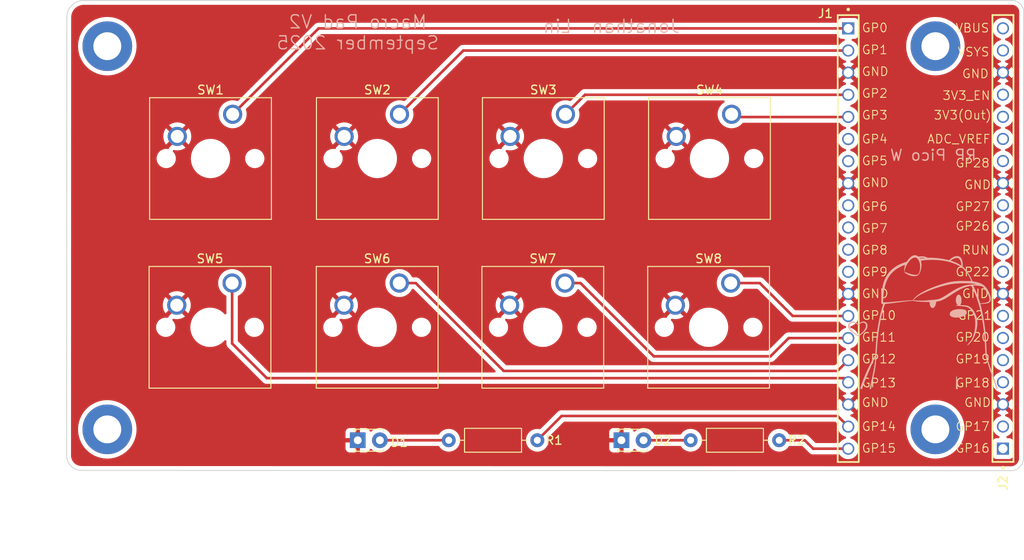
<source format=kicad_pcb>
(kicad_pcb (version 20241229) (generator "pcbnew") (generator_version "9.0")
  (layers (0 "F.Cu" signal) (2 "B.Cu" signal) (13 "F.Paste" user) (15 "B.Paste" user) (5 "F.SilkS" user "F.Silkscreen") (7 "B.SilkS" user "B.Silkscreen") (1 "F.Mask" user) (3 "B.Mask" user) (25 "Edge.Cuts" user))
  (net 0 "")
  (net 1 "GND")
  (net 2 "Net-(D1-A)")
  (net 3 "Net-(D2-A)")
  (net 4 "/ADC_VREF")
  (net 5 "/GP28")
  (net 6 "/3V3 (Out)")
  (net 7 "/3V3_EN")
  (net 8 "/GP20")
  (net 9 "/GP27")
  (net 10 "/GP21")
  (net 11 "/GP19")
  (net 12 "/RUN")
  (net 13 "/GP18")
  (net 14 "/VSYS")
  (net 15 "/VBUS")
  (net 16 "/GP17")
  (net 17 "/GP16")
  (net 18 "/GP26")
  (net 19 "/GP22")
  (net 20 "/GP3")
  (net 21 "/GP11")
  (net 22 "/GP4")
  (net 23 "/GP6")
  (net 24 "/GP1")
  (net 25 "/GP14")
  (net 26 "/GP5")
  (net 27 "/GP15")
  (net 28 "/GP0")
  (net 29 "/GP7")
  (net 30 "/GP12")
  (net 31 "/GP8")
  (net 32 "/GP13")
  (net 33 "/GP9")
  (net 34 "/GP10")
  (net 35 "/GP2")
  (footprint "20_pin_female:SAMTEC_SSW-120-01-G-S-LL" (layer "F.Cu") (at 185 89.96 -90)
    (property "Reference" "J1" (at -1.71 2.62 0) (layer "F.SilkS"))
    (property "Value" "SSW-120-01-G-S-LL" (hide yes))
    (pad "01" thru_hole rect (at 0 0 270) (size 1.39 1.39) (drill 1.04) (layers "*.Cu" "*.Mask") (net 28 "/GP0"))
    (pad "02" thru_hole circle (at 2.54 0 270) (size 1.39 1.39) (drill 1.04) (layers "*.Cu" "*.Mask") (net 24 "/GP1"))
    (pad "03" thru_hole circle (at 5.08 0 270) (size 1.39 1.39) (drill 1.04) (layers "*.Cu" "*.Mask") (net 1 "GND"))
    (pad "04" thru_hole circle (at 7.62 0 270) (size 1.39 1.39) (drill 1.04) (layers "*.Cu" "*.Mask") (net 35 "/GP2"))
    (pad "05" thru_hole circle (at 10.16 0 270) (size 1.39 1.39) (drill 1.04) (layers "*.Cu" "*.Mask") (net 20 "/GP3"))
    (pad "06" thru_hole circle (at 12.7 0 270) (size 1.39 1.39) (drill 1.04) (layers "*.Cu" "*.Mask") (net 22 "/GP4"))
    (pad "07" thru_hole circle (at 15.24 0 270) (size 1.39 1.39) (drill 1.04) (layers "*.Cu" "*.Mask") (net 26 "/GP5"))
    (pad "08" thru_hole circle (at 17.78 0 270) (size 1.39 1.39) (drill 1.04) (layers "*.Cu" "*.Mask") (net 1 "GND"))
    (pad "09" thru_hole circle (at 20.32 0 270) (size 1.39 1.39) (drill 1.04) (layers "*.Cu" "*.Mask") (net 23 "/GP6"))
    (pad "10" thru_hole circle (at 22.86 0 270) (size 1.39 1.39) (drill 1.04) (layers "*.Cu" "*.Mask") (net 29 "/GP7"))
    (pad "11" thru_hole circle (at 25.4 0 270) (size 1.39 1.39) (drill 1.04) (layers "*.Cu" "*.Mask") (net 31 "/GP8"))
    (pad "12" thru_hole circle (at 27.94 0 270) (size 1.39 1.39) (drill 1.04) (layers "*.Cu" "*.Mask") (net 33 "/GP9"))
    (pad "13" thru_hole circle (at 30.48 0 270) (size 1.39 1.39) (drill 1.04) (layers "*.Cu" "*.Mask") (net 1 "GND"))
    (pad "14" thru_hole circle (at 33.02 0 270) (size 1.39 1.39) (drill 1.04) (layers "*.Cu" "*.Mask") (net 34 "/GP10"))
    (pad "15" thru_hole circle (at 35.56 0 270) (size 1.39 1.39) (drill 1.04) (layers "*.Cu" "*.Mask") (net 21 "/GP11"))
    (pad "16" thru_hole circle (at 38.1 0 270) (size 1.39 1.39) (drill 1.04) (layers "*.Cu" "*.Mask") (net 30 "/GP12"))
    (pad "17" thru_hole circle (at 40.64 0 270) (size 1.39 1.39) (drill 1.04) (layers "*.Cu" "*.Mask") (net 32 "/GP13"))
    (pad "18" thru_hole circle (at 43.18 0 270) (size 1.39 1.39) (drill 1.04) (layers "*.Cu" "*.Mask") (net 1 "GND"))
    (pad "19" thru_hole circle (at 45.72 0 270) (size 1.39 1.39) (drill 1.04) (layers "*.Cu" "*.Mask") (net 25 "/GP14"))
    (pad "20" thru_hole circle (at 48.26 0 270) (size 1.39 1.39) (drill 1.04) (layers "*.Cu" "*.Mask") (net 27 "/GP15"))
  )
  (footprint "MountingHole:MountingHole_3.2mm_M3_ISO7380_Pad_TopBottom" (layer "F.Cu") (at 100 92)
    (property "Reference" "REF**" (hide yes))
    (property "Value" "MountingHole_3.2mm_M3_ISO7380_Pad_TopBottom" (hide yes))
    (pad "1" thru_hole circle (at 0 0) (size 3.6 3.6) (drill 3.2) (layers "*.Cu" "*.Mask"))
    (pad "1" connect circle (at 0 0) (size 5.7 5.7) (layers "F.Cu" "F.Mask"))
    (pad "1" connect circle (at 0 0) (size 5.7 5.7) (layers "B.Cu" "B.Mask"))
  )
  (footprint "Resistor_THT:R_Axial_DIN0207_L6.3mm_D2.5mm_P10.16mm_Horizontal" (layer "F.Cu") (at 177.08 137.25 180)
    (property "Reference" "R2" (at -2 0 0) (layer "F.SilkS"))
    (property "Value" "220" (hide yes))
    (pad "1" thru_hole circle (at 0 0 180) (size 1.6 1.6) (drill 0.8) (layers "*.Cu" "*.Mask") (net 27 "/GP15"))
    (pad "2" thru_hole circle (at 10.16 0 180) (size 1.6 1.6) (drill 0.8) (layers "*.Cu" "*.Mask") (net 3 "Net-(D2-A)"))
  )
  (footprint "20_pin_female:SAMTEC_SSW-120-01-G-S-LL" (layer "F.Cu") (at 202.75 138.21 90)
    (property "Reference" "J2" (at -3.94 0.01 90) (layer "F.SilkS"))
    (property "Value" "SSW-120-01-G-S-LL" (hide yes))
    (pad "01" thru_hole rect (at 0 0 90) (size 1.39 1.39) (drill 1.04) (layers "*.Cu" "*.Mask") (net 17 "/GP16"))
    (pad "02" thru_hole circle (at 2.54 0 90) (size 1.39 1.39) (drill 1.04) (layers "*.Cu" "*.Mask") (net 16 "/GP17"))
    (pad "03" thru_hole circle (at 5.08 0 90) (size 1.39 1.39) (drill 1.04) (layers "*.Cu" "*.Mask") (net 1 "GND"))
    (pad "04" thru_hole circle (at 7.62 0 90) (size 1.39 1.39) (drill 1.04) (layers "*.Cu" "*.Mask") (net 13 "/GP18"))
    (pad "05" thru_hole circle (at 10.16 0 90) (size 1.39 1.39) (drill 1.04) (layers "*.Cu" "*.Mask") (net 11 "/GP19"))
    (pad "06" thru_hole circle (at 12.7 0 90) (size 1.39 1.39) (drill 1.04) (layers "*.Cu" "*.Mask") (net 8 "/GP20"))
    (pad "07" thru_hole circle (at 15.24 0 90) (size 1.39 1.39) (drill 1.04) (layers "*.Cu" "*.Mask") (net 10 "/GP21"))
    (pad "08" thru_hole circle (at 17.78 0 90) (size 1.39 1.39) (drill 1.04) (layers "*.Cu" "*.Mask") (net 1 "GND"))
    (pad "09" thru_hole circle (at 20.32 0 90) (size 1.39 1.39) (drill 1.04) (layers "*.Cu" "*.Mask") (net 19 "/GP22"))
    (pad "10" thru_hole circle (at 22.86 0 90) (size 1.39 1.39) (drill 1.04) (layers "*.Cu" "*.Mask") (net 12 "/RUN"))
    (pad "11" thru_hole circle (at 25.4 0 90) (size 1.39 1.39) (drill 1.04) (layers "*.Cu" "*.Mask") (net 18 "/GP26"))
    (pad "12" thru_hole circle (at 27.94 0 90) (size 1.39 1.39) (drill 1.04) (layers "*.Cu" "*.Mask") (net 9 "/GP27"))
    (pad "13" thru_hole circle (at 30.48 0 90) (size 1.39 1.39) (drill 1.04) (layers "*.Cu" "*.Mask") (net 1 "GND"))
    (pad "14" thru_hole circle (at 33.02 0 90) (size 1.39 1.39) (drill 1.04) (layers "*.Cu" "*.Mask") (net 5 "/GP28"))
    (pad "15" thru_hole circle (at 35.56 0 90) (size 1.39 1.39) (drill 1.04) (layers "*.Cu" "*.Mask") (net 4 "/ADC_VREF"))
    (pad "16" thru_hole circle (at 38.1 0 90) (size 1.39 1.39) (drill 1.04) (layers "*.Cu" "*.Mask") (net 6 "/3V3 (Out)"))
    (pad "17" thru_hole circle (at 40.64 0 90) (size 1.39 1.39) (drill 1.04) (layers "*.Cu" "*.Mask") (net 7 "/3V3_EN"))
    (pad "18" thru_hole circle (at 43.18 0 90) (size 1.39 1.39) (drill 1.04) (layers "*.Cu" "*.Mask") (net 1 "GND"))
    (pad "19" thru_hole circle (at 45.72 0 90) (size 1.39 1.39) (drill 1.04) (layers "*.Cu" "*.Mask") (net 14 "/VSYS"))
    (pad "20" thru_hole circle (at 48.26 0 90) (size 1.39 1.39) (drill 1.04) (layers "*.Cu" "*.Mask") (net 15 "/VBUS"))
  )
  (footprint "Button_Switch_Keyboard:SW_Cherry_MX_1.00u_PCB" (layer "F.Cu") (at 152.5 119.2)
    (property "Reference" "SW7" (at -2.54 -2.794 0) (layer "F.SilkS"))
    (property "Value" "CherryMX" (hide yes))
    (pad "" np_thru_hole circle (at -7.62 5.08) (size 1.7 1.7) (drill 1.7) (layers "*.Cu" "*.Mask"))
    (pad "" np_thru_hole circle (at -2.54 5.08) (size 4 4) (drill 4) (layers "*.Cu" "*.Mask"))
    (pad "" np_thru_hole circle (at 2.54 5.08) (size 1.7 1.7) (drill 1.7) (layers "*.Cu" "*.Mask"))
    (pad "1" thru_hole circle (at 0 0) (size 2.2 2.2) (drill 1.5) (layers "*.Cu" "*.Mask") (net 21 "/GP11"))
    (pad "2" thru_hole circle (at -6.35 2.54) (size 2.2 2.2) (drill 1.5) (layers "*.Cu" "*.Mask") (net 1 "GND"))
  )
  (footprint "Resistor_THT:R_Axial_DIN0207_L6.3mm_D2.5mm_P10.16mm_Horizontal" (layer "F.Cu") (at 149.33 137.25 180)
    (property "Reference" "R1" (at -1.92 0 0) (layer "F.SilkS"))
    (property "Value" "220")
    (pad "1" thru_hole circle (at 0 0 180) (size 1.6 1.6) (drill 0.8) (layers "*.Cu" "*.Mask") (net 25 "/GP14"))
    (pad "2" thru_hole circle (at 10.16 0 180) (size 1.6 1.6) (drill 0.8) (layers "*.Cu" "*.Mask") (net 2 "Net-(D1-A)"))
  )
  (footprint "Button_Switch_Keyboard:SW_Cherry_MX_1.00u_PCB" (layer "F.Cu") (at 114.32 119.2)
    (property "Reference" "SW5" (at -2.54 -2.794 0) (layer "F.SilkS"))
    (property "Value" "CherryMX" (hide yes))
    (pad "" np_thru_hole circle (at -7.62 5.08) (size 1.7 1.7) (drill 1.7) (layers "*.Cu" "*.Mask"))
    (pad "" np_thru_hole circle (at -2.54 5.08) (size 4 4) (drill 4) (layers "*.Cu" "*.Mask"))
    (pad "" np_thru_hole circle (at 2.54 5.08) (size 1.7 1.7) (drill 1.7) (layers "*.Cu" "*.Mask"))
    (pad "1" thru_hole circle (at 0 0) (size 2.2 2.2) (drill 1.5) (layers "*.Cu" "*.Mask") (net 32 "/GP13"))
    (pad "2" thru_hole circle (at -6.35 2.54) (size 2.2 2.2) (drill 1.5) (layers "*.Cu" "*.Mask") (net 1 "GND"))
  )
  (footprint "LED_THT:LED_D1.8mm_W3.3mm_H2.4mm" (layer "F.Cu") (at 128.73 137.25)
    (property "Reference" "D1" (at 4.77 0.25 0) (layer "F.SilkS"))
    (property "Value" "LED")
    (pad "1" thru_hole rect (at 0 0) (size 1.8 1.8) (drill 0.9) (layers "*.Cu" "*.Mask") (net 1 "GND"))
    (pad "2" thru_hole circle (at 2.54 0) (size 1.8 1.8) (drill 0.9) (layers "*.Cu" "*.Mask") (net 2 "Net-(D1-A)"))
  )
  (footprint "Button_Switch_Keyboard:SW_Cherry_MX_1.00u_PCB" (layer "F.Cu") (at 171.62 99.82)
    (property "Reference" "SW4" (at -2.54 -2.794 0) (layer "F.SilkS"))
    (property "Value" "CherryMX" (hide yes))
    (pad "" np_thru_hole circle (at -7.62 5.08) (size 1.7 1.7) (drill 1.7) (layers "*.Cu" "*.Mask"))
    (pad "" np_thru_hole circle (at -2.54 5.08) (size 4 4) (drill 4) (layers "*.Cu" "*.Mask"))
    (pad "" np_thru_hole circle (at 2.54 5.08) (size 1.7 1.7) (drill 1.7) (layers "*.Cu" "*.Mask"))
    (pad "1" thru_hole circle (at 0 0) (size 2.2 2.2) (drill 1.5) (layers "*.Cu" "*.Mask") (net 20 "/GP3"))
    (pad "2" thru_hole circle (at -6.35 2.54) (size 2.2 2.2) (drill 1.5) (layers "*.Cu" "*.Mask") (net 1 "GND"))
  )
  (footprint "Button_Switch_Keyboard:SW_Cherry_MX_1.00u_PCB" (layer "F.Cu") (at 114.38 99.82)
    (property "Reference" "SW1" (at -2.54 -2.794 0) (layer "F.SilkS"))
    (property "Value" "CherryMX" (hide yes))
    (pad "" np_thru_hole circle (at -7.62 5.08) (size 1.7 1.7) (drill 1.7) (layers "*.Cu" "*.Mask"))
    (pad "" np_thru_hole circle (at -2.54 5.08) (size 4 4) (drill 4) (layers "*.Cu" "*.Mask"))
    (pad "" np_thru_hole circle (at 2.54 5.08) (size 1.7 1.7) (drill 1.7) (layers "*.Cu" "*.Mask"))
    (pad "1" thru_hole circle (at 0 0) (size 2.2 2.2) (drill 1.5) (layers "*.Cu" "*.Mask") (net 28 "/GP0"))
    (pad "2" thru_hole circle (at -6.35 2.54) (size 2.2 2.2) (drill 1.5) (layers "*.Cu" "*.Mask") (net 1 "GND"))
  )
  (footprint "Button_Switch_Keyboard:SW_Cherry_MX_1.00u_PCB" (layer "F.Cu") (at 133.52 99.82)
    (property "Reference" "SW2" (at -2.54 -2.794 0) (layer "F.SilkS"))
    (property "Value" "CherryMX" (hide yes))
    (pad "" np_thru_hole circle (at -7.62 5.08) (size 1.7 1.7) (drill 1.7) (layers "*.Cu" "*.Mask"))
    (pad "" np_thru_hole circle (at -2.54 5.08) (size 4 4) (drill 4) (layers "*.Cu" "*.Mask"))
    (pad "" np_thru_hole circle (at 2.54 5.08) (size 1.7 1.7) (drill 1.7) (layers "*.Cu" "*.Mask"))
    (pad "1" thru_hole circle (at 0 0) (size 2.2 2.2) (drill 1.5) (layers "*.Cu" "*.Mask") (net 24 "/GP1"))
    (pad "2" thru_hole circle (at -6.35 2.54) (size 2.2 2.2) (drill 1.5) (layers "*.Cu" "*.Mask") (net 1 "GND"))
  )
  (footprint "MountingHole:MountingHole_3.2mm_M3_ISO7380_Pad_TopBottom" (layer "F.Cu") (at 195 136)
    (property "Reference" "REF**" (hide yes))
    (property "Value" "MountingHole_3.2mm_M3_ISO7380_Pad_TopBottom" (hide yes))
    (pad "1" thru_hole circle (at 0 0) (size 3.6 3.6) (drill 3.2) (layers "*.Cu" "*.Mask"))
    (pad "1" connect circle (at 0 0) (size 5.7 5.7) (layers "F.Cu" "F.Mask"))
    (pad "1" connect circle (at 0 0) (size 5.7 5.7) (layers "B.Cu" "B.Mask"))
  )
  (footprint "LED_THT:LED_D1.8mm_W3.3mm_H2.4mm" (layer "F.Cu") (at 158.98 137.25)
    (property "Reference" "D2" (at 4.77 0 0) (layer "F.SilkS"))
    (property "Value" "LED")
    (pad "1" thru_hole rect (at 0 0) (size 1.8 1.8) (drill 0.9) (layers "*.Cu" "*.Mask") (net 1 "GND"))
    (pad "2" thru_hole circle (at 2.54 0) (size 1.8 1.8) (drill 0.9) (layers "*.Cu" "*.Mask") (net 3 "Net-(D2-A)"))
  )
  (footprint "Button_Switch_Keyboard:SW_Cherry_MX_1.00u_PCB" (layer "F.Cu") (at 133.5 119.2)
    (property "Reference" "SW6" (at -2.54 -2.794 0) (layer "F.SilkS"))
    (property "Value" "CherryMX" (hide yes))
    (pad "" np_thru_hole circle (at -7.62 5.08) (size 1.7 1.7) (drill 1.7) (layers "*.Cu" "*.Mask"))
    (pad "" np_thru_hole circle (at -2.54 5.08) (size 4 4) (drill 4) (layers "*.Cu" "*.Mask"))
    (pad "" np_thru_hole circle (at 2.54 5.08) (size 1.7 1.7) (drill 1.7) (layers "*.Cu" "*.Mask"))
    (pad "1" thru_hole circle (at 0 0) (size 2.2 2.2) (drill 1.5) (layers "*.Cu" "*.Mask") (net 30 "/GP12"))
    (pad "2" thru_hole circle (at -6.35 2.54) (size 2.2 2.2) (drill 1.5) (layers "*.Cu" "*.Mask") (net 1 "GND"))
  )
  (footprint "Button_Switch_Keyboard:SW_Cherry_MX_1.00u_PCB" (layer "F.Cu") (at 152.56 99.82)
    (property "Reference" "SW3" (at -2.54 -2.794 0) (layer "F.SilkS"))
    (property "Value" "CherryMX" (hide yes))
    (pad "" np_thru_hole circle (at -7.62 5.08) (size 1.7 1.7) (drill 1.7) (layers "*.Cu" "*.Mask"))
    (pad "" np_thru_hole circle (at -2.54 5.08) (size 4 4) (drill 4) (layers "*.Cu" "*.Mask"))
    (pad "" np_thru_hole circle (at 2.54 5.08) (size 1.7 1.7) (drill 1.7) (layers "*.Cu" "*.Mask"))
    (pad "1" thru_hole circle (at 0 0) (size 2.2 2.2) (drill 1.5) (layers "*.Cu" "*.Mask") (net 35 "/GP2"))
    (pad "2" thru_hole circle (at -6.35 2.54) (size 2.2 2.2) (drill 1.5) (layers "*.Cu" "*.Mask") (net 1 "GND"))
  )
  (footprint "MountingHole:MountingHole_3.2mm_M3_ISO7380_Pad_TopBottom" (layer "F.Cu") (at 195 92)
    (property "Reference" "REF**" (hide yes))
    (property "Value" "MountingHole_3.2mm_M3_ISO7380_Pad_TopBottom" (hide yes))
    (pad "1" thru_hole circle (at 0 0) (size 3.6 3.6) (drill 3.2) (layers "*.Cu" "*.Mask"))
    (pad "1" connect circle (at 0 0) (size 5.7 5.7) (layers "F.Cu" "F.Mask"))
    (pad "1" connect circle (at 0 0) (size 5.7 5.7) (layers "B.Cu" "B.Mask"))
  )
  (footprint "Button_Switch_Keyboard:SW_Cherry_MX_1.00u_PCB" (layer "F.Cu") (at 171.52 119.2)
    (property "Reference" "SW8" (at -2.54 -2.794 0) (layer "F.SilkS"))
    (property "Value" "CherryMX" (hide yes))
    (pad "" np_thru_hole circle (at -7.62 5.08) (size 1.7 1.7) (drill 1.7) (layers "*.Cu" "*.Mask"))
    (pad "" np_thru_hole circle (at -2.54 5.08) (size 4 4) (drill 4) (layers "*.Cu" "*.Mask"))
    (pad "" np_thru_hole circle (at 2.54 5.08) (size 1.7 1.7) (drill 1.7) (layers "*.Cu" "*.Mask"))
    (pad "1" thru_hole circle (at 0 0) (size 2.2 2.2) (drill 1.5) (layers "*.Cu" "*.Mask") (net 34 "/GP10"))
    (pad "2" thru_hole circle (at -6.35 2.54) (size 2.2 2.2) (drill 1.5) (layers "*.Cu" "*.Mask") (net 1 "GND"))
  )
  (footprint "MountingHole:MountingHole_3.2mm_M3_ISO7380_Pad_TopBottom" (layer "F.Cu") (at 100 136)
    (property "Reference" "REF**" (hide yes))
    (property "Value" "MountingHole_3.2mm_M3_ISO7380_Pad_TopBottom" (hide yes))
    (pad "1" thru_hole circle (at 0 0) (size 3.6 3.6) (drill 3.2) (layers "*.Cu" "*.Mask"))
    (pad "1" connect circle (at 0 0) (size 5.7 5.7) (layers "F.Cu" "F.Mask"))
    (pad "1" connect circle (at 0 0) (size 5.7 5.7) (layers "B.Cu" "B.Mask"))
  )
  (footprint "LOGO" (layer "B.Cu") (at 193 122.5 180)
    (property "Reference" "G***" (hide yes))
    (property "Value" "LOGO" (hide yes))
  )
  (gr_line (start 203.8 86.75) (end 97.4 86.75) (stroke (width 0.1)) (layer "Edge.Cuts"))
  (gr_line (start 97.05 140.711072) (end 203.612435 140.743425) (stroke (width 0.1)) (layer "Edge.Cuts"))
  (gr_arc (start 95.35287 88.748296) (mid 95.940861 87.30293) (end 97.4 86.75) (stroke (width 0.1)) (layer "Edge.Cuts"))
  (gr_line (start 205.100536 139.299106) (end 205.120021 88.149884) (stroke (width 0.1)) (layer "Edge.Cuts"))
  (gr_arc (start 97.05 140.711072) (mid 95.839487 140.209308) (end 95.338929 138.998296) (stroke (width 0.1)) (layer "Edge.Cuts"))
  (gr_line (start 95.352871 88.748296) (end 95.338929 138.998296) (stroke (width 0.1)) (layer "Edge.Cuts"))
  (gr_arc (start 203.8 86.75) (mid 204.762049 87.165134) (end 205.120021 88.149884) (stroke (width 0.1)) (layer "Edge.Cuts"))
  (gr_arc (start 205.100536 139.300026) (mid 204.662009 140.336711) (end 203.612435 140.743425) (stroke (width 0.1)) (layer "Edge.Cuts"))
  (gr_text "GP11" (at 186.5 126 0) (layer "F.SilkS") (effects (font (size 1 1) (thickness 0.1)) (justify left bottom)))
  (gr_text "GP9" (at 186.5 118.5 0) (layer "F.SilkS") (effects (font (size 1 1) (thickness 0.1)) (justify left bottom)))
  (gr_text "GND" (at 198 121 0) (layer "F.SilkS") (effects (font (size 1 1) (thickness 0.1)) (justify left bottom)))
  (gr_text "GP5\n" (at 186.5 105.75 0) (layer "F.SilkS") (effects (font (size 1 1) (thickness 0.1)) (justify left bottom)))
  (gr_text "GP1\n" (at 186.5 93 0) (layer "F.SilkS") (effects (font (size 1 1) (thickness 0.1)) (justify left bottom)))
  (gr_text "VBUS\n" (at 197.25 90.5 0) (layer "F.SilkS") (effects (font (size 1 1) (thickness 0.1)) (justify left bottom)))
  (gr_text "GP3" (at 186.5 100.5 0) (layer "F.SilkS") (effects (font (size 1 1) (thickness 0.1)) (justify left bottom)))
  (gr_text "GP21" (at 197.5 123.5 0) (layer "F.SilkS") (effects (font (size 1 1) (thickness 0.1)) (justify left bottom)))
  (gr_text "GP18" (at 197.25 131.25 0) (layer "F.SilkS") (effects (font (size 1 1) (thickness 0.1)) (justify left bottom)))
  (gr_text "GND" (at 186.5 133.5 0) (layer "F.SilkS") (effects (font (size 1 1) (thickness 0.1)) (justify left bottom)))
  (gr_text "GP4" (at 186.5 103.25 0) (layer "F.SilkS") (effects (font (size 1 1) (thickness 0.1)) (justify left bottom)))
  (gr_text "GP13" (at 186.5 131.25 0) (layer "F.SilkS") (effects (font (size 1 1) (thickness 0.1)) (justify left bottom)))
  (gr_text "GP20" (at 197.25 126 0) (layer "F.SilkS") (effects (font (size 1 1) (thickness 0.1)) (justify left bottom)))
  (gr_text "GP0\n" (at 186.5 90.48 0) (layer "F.SilkS") (effects (font (size 1 1) (thickness 0.1)) (justify left bottom)))
  (gr_text "GP14" (at 186.5 136.25 0) (layer "F.SilkS") (effects (font (size 1 1) (thickness 0.1)) (justify left bottom)))
  (gr_text "GP19" (at 197.25 128.5 0) (layer "F.SilkS") (effects (font (size 1 1) (thickness 0.1)) (justify left bottom)))
  (gr_text "GP2" (at 186.5 98 0) (layer "F.SilkS") (effects (font (size 1 1) (thickness 0.1)) (justify left bottom)))
  (gr_text "ADC_VREF" (at 194 103.25 0) (layer "F.SilkS") (effects (font (size 1 1) (thickness 0.1)) (justify left bottom)))
  (gr_text "RUN" (at 198 116 0) (layer "F.SilkS") (effects (font (size 1 1) (thickness 0.1)) (justify left bottom)))
  (gr_text "3V3_EN" (at 195.75 98.25 0) (layer "F.SilkS") (effects (font (size 1 1) (thickness 0.1)) (justify left bottom)))
  (gr_text "GND" (at 198 95.75 0) (layer "F.SilkS") (effects (font (size 1 1) (thickness 0.1)) (justify left bottom)))
  (gr_text "GND" (at 198.25 108.5 0) (layer "F.SilkS") (effects (font (size 1 1) (thickness 0.1)) (justify left bottom)))
  (gr_text "GP8" (at 186.5 116 0) (layer "F.SilkS") (effects (font (size 1 1) (thickness 0.1)) (justify left bottom)))
  (gr_text "GND\n" (at 186.5 95.5 0) (layer "F.SilkS") (effects (font (size 1 1) (thickness 0.1)) (justify left bottom)))
  (gr_text "GND" (at 186.5 121 0) (layer "F.SilkS") (effects (font (size 1 1) (thickness 0.1)) (justify left bottom)))
  (gr_text "GP7\n" (at 186.5 113.5 0) (layer "F.SilkS") (effects (font (size 1 1) (thickness 0.1)) (justify left bottom)))
  (gr_text "GP28" (at 197.25 106 0) (layer "F.SilkS") (effects (font (size 1 1) (thickness 0.1)) (justify left bottom)))
  (gr_text "GP22" (at 197.25 118.5 0) (layer "F.SilkS") (effects (font (size 1 1) (thickness 0.1)) (justify left bottom)))
  (gr_text "GND" (at 186.5 108.25 0) (layer "F.SilkS") (effects (font (size 1 1) (thickness 0.1)) (justify left bottom)))
  (gr_text "GP15" (at 186.5 138.75 0) (layer "F.SilkS") (effects (font (size 1 1) (thickness 0.1)) (justify left bottom)))
  (gr_text "VSYS\n" (at 197.5 93.25 0) (layer "F.SilkS") (effects (font (size 1 1) (thickness 0.1)) (justify left bottom)))
  (gr_text "3V3(Out)" (at 194.75 100.5 0) (layer "F.SilkS") (effects (font (size 1 1) (thickness 0.1)) (justify left bottom)))
  (gr_text "GND" (at 198.25 133.5 0) (layer "F.SilkS") (effects (font (size 1 1) (thickness 0.1)) (justify left bottom)))
  (gr_text "GP12\n" (at 186.5 128.5 0) (layer "F.SilkS") (effects (font (size 1 1) (thickness 0.1)) (justify left bottom)))
  (gr_text "GP17" (at 197.25 136.25 0) (layer "F.SilkS") (effects (font (size 1 1) (thickness 0.1)) (justify left bottom)))
  (gr_text "GP27" (at 197.25 111 0) (layer "F.SilkS") (effects (font (size 1 1) (thickness 0.1)) (justify left bottom)))
  (gr_text "GP26" (at 197.25 113.25 0) (layer "F.SilkS") (effects (font (size 1 1) (thickness 0.1)) (justify left bottom)))
  (gr_text "GP6\n" (at 186.5 111 0) (layer "F.SilkS") (effects (font (size 1 1) (thickness 0.1)) (justify left bottom)))
  (gr_text "GP10" (at 186.5 123.5 0) (layer "F.SilkS") (effects (font (size 1 1) (thickness 0.1)) (justify left bottom)))
  (gr_text "GP16" (at 197.25 138.75 0) (layer "F.SilkS") (effects (font (size 1 1) (thickness 0.1)) (justify left bottom)))
  (gr_text "RP Pico W\n" (at 194.75 105.25 0) (layer "B.SilkS") (effects (font (size 1.25 1.25) (thickness 0.15625)) (justify bottom mirror)))
  (gr_text "Jonathan  Lin" (at 157.835 90.6 0) (layer "B.SilkS") (effects (font (size 1.5 1.5)) (justify bottom mirror)))
  (gr_text "Macro Pad V2\nSeptember 2025" (at 128.735 92.5 0) (layer "B.SilkS") (effects (font (size 1.5 1.5)) (justify bottom mirror)))
  (segment (start 139.17 137.25) (end 131.27 137.25) (width 0.3) (layer "F.Cu") (net 2))
  (segment (start 166.92 137.25) (end 161.52 137.25) (width 0.3) (layer "F.Cu") (net 3))
  (segment (start 171.94 100.14) (end 184.98 100.14) (width 0.3) (layer "F.Cu") (net 20))
  (segment (start 171.62 99.82) (end 171.94 100.14) (width 0.3) (layer "F.Cu") (net 20))
  (segment (start 184.98 100.14) (end 185 100.12) (width 0.3) (layer "F.Cu") (net 20))
  (segment (start 178.17 125.52) (end 176.08 127.61) (width 0.3) (layer "F.Cu") (net 21))
  (segment (start 154.28 119.2) (end 152.5 119.2) (width 0.3) (layer "F.Cu") (net 21))
  (segment (start 185 125.52) (end 178.17 125.52) (width 0.3) (layer "F.Cu") (net 21))
  (segment (start 162.69 127.61) (end 154.28 119.2) (width 0.3) (layer "F.Cu") (net 21))
  (segment (start 176.08 127.61) (end 162.69 127.61) (width 0.3) (layer "F.Cu") (net 21))
  (segment (start 140.84 92.5) (end 133.52 99.82) (width 0.3) (layer "F.Cu") (net 24))
  (segment (start 185 92.5) (end 140.84 92.5) (width 0.3) (layer "F.Cu") (net 24))
  (segment (start 149.33 137.25) (end 152.12 134.46) (width 0.3) (layer "F.Cu") (net 25))
  (segment (start 152.12 134.46) (end 183.78 134.46) (width 0.3) (layer "F.Cu") (net 25))
  (segment (start 183.78 134.46) (end 185 135.68) (width 0.3) (layer "F.Cu") (net 25))
  (segment (start 180.01 137.25) (end 180.98 138.22) (width 0.3) (layer "F.Cu") (net 27))
  (segment (start 180.98 138.22) (end 185 138.22) (width 0.3) (layer "F.Cu") (net 27))
  (segment (start 177.08 137.25) (end 180.01 137.25) (width 0.3) (layer "F.Cu") (net 27))
  (segment (start 124.24 89.96) (end 114.38 99.82) (width 0.3) (layer "F.Cu") (net 28))
  (segment (start 185 89.96) (end 124.24 89.96) (width 0.3) (layer "F.Cu") (net 28))
  (segment (start 135.38 119.2) (end 133.5 119.2) (width 0.3) (layer "F.Cu") (net 30))
  (segment (start 183.77 129.29) (end 145.47 129.29) (width 0.3) (layer "F.Cu") (net 30))
  (segment (start 185 128.06) (end 183.77 129.29) (width 0.3) (layer "F.Cu") (net 30))
  (segment (start 145.47 129.29) (end 135.38 119.2) (width 0.3) (layer "F.Cu") (net 30))
  (segment (start 184.52 130.12) (end 118.3 130.12) (width 0.3) (layer "F.Cu") (net 32))
  (segment (start 114.32 126.14) (end 114.32 119.2) (width 0.3) (layer "F.Cu") (net 32))
  (segment (start 118.3 130.12) (end 114.32 126.14) (width 0.3) (layer "F.Cu") (net 32))
  (segment (start 185 130.6) (end 184.52 130.12) (width 0.3) (layer "F.Cu") (net 32))
  (segment (start 178.63 122.98) (end 185 122.98) (width 0.3) (layer "F.Cu") (net 34))
  (segment (start 171.52 119.2) (end 174.85 119.2) (width 0.3) (layer "F.Cu") (net 34))
  (segment (start 174.85 119.2) (end 178.63 122.98) (width 0.3) (layer "F.Cu") (net 34))
  (segment (start 185 97.58) (end 154.8 97.58) (width 0.3) (layer "F.Cu") (net 35))
  (segment (start 154.8 97.58) (end 152.56 99.82) (width 0.3) (layer "F.Cu") (net 35))
  (zone (net 1) (net_name "GND") (layer "F.Cu") (name "GND fill") (connect_pads (clearance 0.5)) (min_thickness 0.25) (fill yes (thermal_gap 0.5) (thermal_bridge_width 0.5))
    (polygon (pts (xy 95.33 139.02) (xy 95.36 88.59) (xy 95.38 88.26) (xy 95.54 87.87) (xy 95.73 87.54) (xy 95.86 87.38) (xy 95.97 87.26) (xy 96.1 87.18) (xy 96.32 86.99) (xy 96.55 86.9) (xy 96.83 86.8) (xy 97.16 86.74) (xy 97.82 86.74) (xy 203.89 86.75) (xy 204.09 86.78) (xy 204.28 86.84) (xy 204.44 86.92) (xy 204.6 87.01) (xy 204.69 87.11) (xy 204.81 87.21) (xy 205 87.49) (xy 205.09 87.74) (xy 205.12 87.99) (xy 205.14 88.18) (xy 205.13 88.61) (xy 205.09 139.15) (xy 205.1 139.42) (xy 205.06 139.63) (xy 205.02 139.79) (xy 204.94 139.99) (xy 204.87 140.1) (xy 204.8 140.19) (xy 204.7 140.3) (xy 204.53 140.44) (xy 204.35 140.57) (xy 204.11 140.7) (xy 203.87 140.73) (xy 203.59 140.75) (xy 203.33 140.75) (xy 96.89 140.71) (xy 96.68 140.66) (xy 96.23 140.52) (xy 95.98 140.36) (xy 95.79 140.17) (xy 95.62 139.97) (xy 95.54 139.84) (xy 95.45 139.6) (xy 95.37 139.4) (xy 95.35 139.3) (xy 95.33 139.15)))
  )
)
</source>
